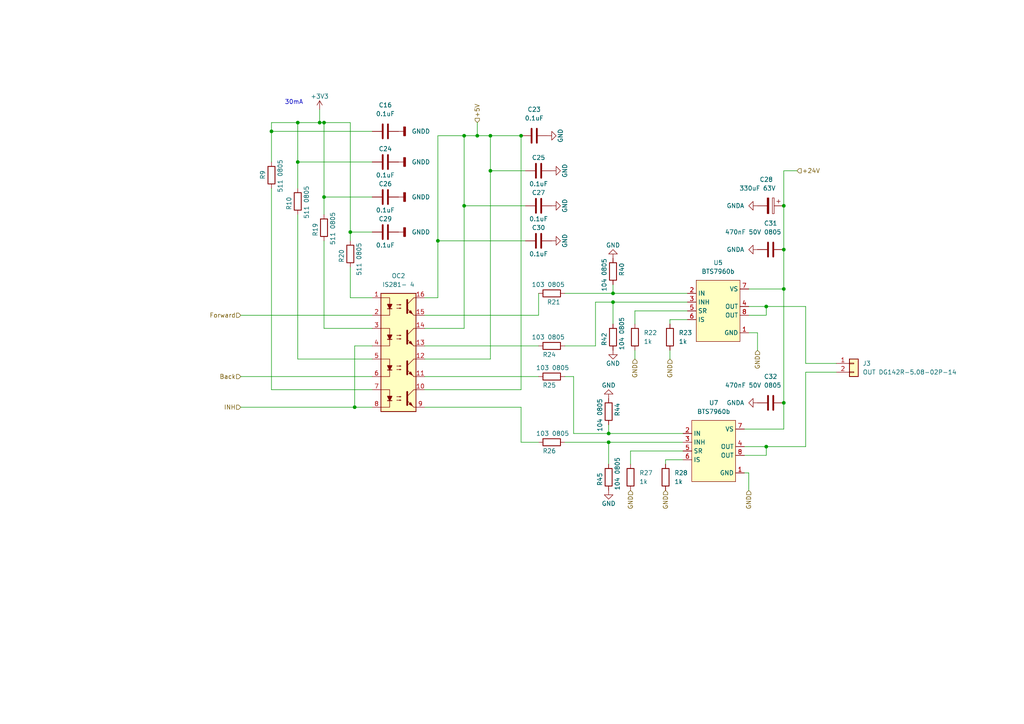
<source format=kicad_sch>
(kicad_sch (version 20230121) (generator eeschema)
  (paper "A4")
  (lib_symbols
    (symbol "Connector_Generic:Conn_01x02" (pin_names (offset 1.016) hide)
      (property "Reference" "J" (at 0 2.54 0))
      (property "Value" "Conn_01x02" (at 0 -5.08 0))
      (symbol "Conn_01x02_1_1"
        (rectangle (start -1.27 -2.413) (end 0 -2.667) (stroke (width 0.1524)))
        (rectangle (start -1.27 0.127) (end 0 -0.127) (stroke (width 0.1524)))
        (rectangle (start -1.27 1.27) (end 1.27 -3.81) (stroke (width 0.254)) (fill (type background)))
        (pin passive line (at -5.08 0 0) (length 3.81) (name "Pin_1") (number "1"))
        (pin passive line (at -5.08 -2.54 0) (length 3.81) (name "Pin_2") (number "2"))
      )
    )
    (symbol "Device:C" (pin_numbers hide) (pin_names (offset 0.254))
      (property "Reference" "C" (at 0.635 2.54 0))
      (property "Value" "C" (at 0.635 -2.54 0))
      (symbol "C_0_1"
        (polyline (pts (xy -2.032 -0.762) (xy 2.032 -0.762)) (stroke (width 0.508)))
        (polyline (pts (xy -2.032 0.762) (xy 2.032 0.762)) (stroke (width 0.508)))
      )
      (symbol "C_1_1"
        (pin passive line (at 0 3.81 270) (length 2.794) (name "~") (number "1"))
        (pin passive line (at 0 -3.81 90) (length 2.794) (name "~") (number "2"))
      )
    )
    (symbol "Device:C_Polarized" (pin_numbers hide) (pin_names (offset 0.254))
      (property "Reference" "C" (at 0.635 2.54 0))
      (property "Value" "C_Polarized" (at 0.635 -2.54 0))
      (symbol "C_Polarized_0_1"
        (rectangle (start -2.286 0.508) (end 2.286 1.016))
        (polyline (pts (xy -1.778 2.286) (xy -0.762 2.286)))
        (polyline (pts (xy -1.27 2.794) (xy -1.27 1.778)))
        (rectangle (start 2.286 -0.508) (end -2.286 -1.016) (fill (type outline)))
      )
      (symbol "C_Polarized_1_1"
        (pin passive line (at 0 3.81 270) (length 2.794) (name "~") (number "1"))
        (pin passive line (at 0 -3.81 90) (length 2.794) (name "~") (number "2"))
      )
    )
    (symbol "Device:R" (pin_numbers hide) (pin_names (offset 0))
      (property "Reference" "R" (at 2.032 0 90))
      (property "Value" "R" (at 0 0 90))
      (symbol "R_0_1"
        (rectangle (start -1.016 -2.54) (end 1.016 2.54) (stroke (width 0.254)))
      )
      (symbol "R_1_1"
        (pin passive line (at 0 3.81 270) (length 1.27) (name "~") (number "1"))
        (pin passive line (at 0 -3.81 90) (length 1.27) (name "~") (number "2"))
      )
    )
    (symbol "GNDA_1" (power) (pin_numbers hide) (pin_names (offset 0) hide)
      (property "Value" "GNDA_1" (at 0 -3.81 0))
      (symbol "GNDA_1_0_1"
        (polyline (pts (xy 0 0) (xy 0 -1.27) (xy 1.27 -1.27) (xy 0 -2.54) (xy -1.27 -1.27) (xy 0 -1.27)))
      )
      (symbol "GNDA_1_1_1"
        (pin power_in line (at 0 0 270) (length 0) hide (name "GNDA") (number "1"))
      )
    )
    (symbol "GND_9" (power) (pin_numbers hide) (pin_names (offset 0) hide)
      (property "Value" "GND_9" (at 0 -3.81 0))
      (symbol "GND_9_0_1"
        (polyline (pts (xy 0 0) (xy 0 -1.27) (xy 1.27 -1.27) (xy 0 -2.54) (xy -1.27 -1.27) (xy 0 -1.27)))
      )
      (symbol "GND_9_1_1"
        (pin power_in line (at 0 0 270) (length 0) hide (name "GND") (number "1"))
      )
    )
    (symbol "PCM_Optocoupler_AKL:Optocoupler_Quad_Generic" (pin_names (offset 1.016))
      (property "Reference" "OC" (at -5.08 17.78 0))
      (property "Value" "Optocoupler_Quad_Generic" (at -5.08 15.24 0))
      (symbol "Optocoupler_Quad_Generic_0_1"
        (rectangle (start -5.08 12.7) (end 5.08 -21.59) (stroke (width 0.254)) (fill (type background)))
        (polyline (pts (xy -3.175 8.255) (xy -1.905 8.255)) (stroke (width 0.254)))
        (polyline (pts (xy 2.54 9.525) (xy 4.445 11.43)))
        (polyline (pts (xy 4.445 6.35) (xy 2.54 8.255)) (fill (type outline)))
        (polyline (pts (xy 4.445 6.35) (xy 5.08 6.35)))
        (polyline (pts (xy 4.445 11.43) (xy 5.08 11.43)))
        (polyline (pts (xy -5.08 11.43) (xy -2.54 11.43) (xy -2.54 8.255)))
        (polyline (pts (xy -2.54 8.255) (xy -2.54 6.35) (xy -5.08 6.35)))
        (polyline (pts (xy 2.54 10.795) (xy 2.54 6.985) (xy 2.54 6.985)) (stroke (width 0.508)))
        (polyline (pts (xy -2.54 8.255) (xy -3.175 9.525) (xy -1.905 9.525) (xy -2.54 8.255)) (stroke (width 0.254)) (fill (type outline)))
        (polyline (pts (xy -0.508 8.382) (xy 0.762 8.382) (xy 0.381 8.255) (xy 0.381 8.509) (xy 0.762 8.382)))
        (polyline (pts (xy -0.508 9.398) (xy 0.762 9.398) (xy 0.381 9.271) (xy 0.381 9.525) (xy 0.762 9.398)))
        (polyline (pts (xy 3.048 7.239) (xy 3.556 7.747) (xy 4.064 6.731) (xy 3.048 7.239) (xy 3.048 7.239)) (fill (type outline)))
      )
      (symbol "Optocoupler_Quad_Generic_1_1"
        (polyline (pts (xy -3.175 -18.415) (xy -1.905 -18.415)) (stroke (width 0.254)))
        (polyline (pts (xy -3.175 -9.525) (xy -1.905 -9.525)) (stroke (width 0.254)))
        (polyline (pts (xy -3.175 -0.635) (xy -1.905 -0.635)) (stroke (width 0.254)))
        (polyline (pts (xy 2.54 -17.145) (xy 4.445 -15.24)))
        (polyline (pts (xy 2.54 -8.255) (xy 4.445 -6.35)))
        (polyline (pts (xy 2.54 0.635) (xy 4.445 2.54)))
        (polyline (pts (xy 4.445 -20.32) (xy 2.54 -18.415)) (fill (type outline)))
        (polyline (pts (xy 4.445 -20.32) (xy 5.08 -20.32)))
        (polyline (pts (xy 4.445 -15.24) (xy 5.08 -15.24)))
        (polyline (pts (xy 4.445 -11.43) (xy 2.54 -9.525)) (fill (type outline)))
        (polyline (pts (xy 4.445 -11.43) (xy 5.08 -11.43)))
        (polyline (pts (xy 4.445 -6.35) (xy 5.08 -6.35)))
        (polyline (pts (xy 4.445 -2.54) (xy 2.54 -0.635)) (fill (type outline)))
        (polyline (pts (xy 4.445 -2.54) (xy 5.08 -2.54)))
        (polyline (pts (xy 4.445 2.54) (xy 5.08 2.54)))
        (polyline (pts (xy -5.08 -15.24) (xy -2.54 -15.24) (xy -2.54 -18.415)))
        (polyline (pts (xy -5.08 -6.35) (xy -2.54 -6.35) (xy -2.54 -9.525)))
        (polyline (pts (xy -5.08 2.54) (xy -2.54 2.54) (xy -2.54 -0.635)))
        (polyline (pts (xy -2.54 -18.415) (xy -2.54 -20.32) (xy -5.08 -20.32)))
        (polyline (pts (xy -2.54 -9.525) (xy -2.54 -11.43) (xy -5.08 -11.43)))
        (polyline (pts (xy -2.54 -0.635) (xy -2.54 -2.54) (xy -5.08 -2.54)))
        (polyline (pts (xy 2.54 -15.875) (xy 2.54 -19.685) (xy 2.54 -19.685)) (stroke (width 0.508)))
        (polyline (pts (xy 2.54 -6.985) (xy 2.54 -10.795) (xy 2.54 -10.795)) (stroke (width 0.508)))
        (polyline (pts (xy 2.54 1.905) (xy 2.54 -1.905) (xy 2.54 -1.905)) (stroke (width 0.508)))
        (polyline (pts (xy -2.54 -18.415) (xy -3.175 -17.145) (xy -1.905 -17.145) (xy -2.54 -18.415)) (stroke (width 0.254)) (fill (type outline)))
        (polyline (pts (xy -2.54 -9.525) (xy -3.175 -8.255) (xy -1.905 -8.255) (xy -2.54 -9.525)) (stroke (width 0.254)) (fill (type outline)))
        (polyline (pts (xy -2.54 -0.635) (xy -3.175 0.635) (xy -1.905 0.635) (xy -2.54 -0.635)) (stroke (width 0.254)) (fill (type outline)))
        (polyline (pts (xy -0.508 -18.288) (xy 0.762 -18.288) (xy 0.381 -18.415) (xy 0.381 -18.161) (xy 0.762 -18.288)))
        (polyline (pts (xy -0.508 -17.272) (xy 0.762 -17.272) (xy 0.381 -17.399) (xy 0.381 -17.145) (xy 0.762 -17.272)))
        (polyline (pts (xy -0.508 -9.398) (xy 0.762 -9.398) (xy 0.381 -9.525) (xy 0.381 -9.271) (xy 0.762 -9.398)))
        (polyline (pts (xy -0.508 -8.382) (xy 0.762 -8.382) (xy 0.381 -8.509) (xy 0.381 -8.255) (xy 0.762 -8.382)))
        (polyline (pts (xy -0.508 -0.508) (xy 0.762 -0.508) (xy 0.381 -0.635) (xy 0.381 -0.381) (xy 0.762 -0.508)))
        (polyline (pts (xy -0.508 0.508) (xy 0.762 0.508) (xy 0.381 0.381) (xy 0.381 0.635) (xy 0.762 0.508)))
        (polyline (pts (xy 3.048 -19.431) (xy 3.556 -18.923) (xy 4.064 -19.939) (xy 3.048 -19.431) (xy 3.048 -19.431)) (fill (type outline)))
        (polyline (pts (xy 3.048 -10.541) (xy 3.556 -10.033) (xy 4.064 -11.049) (xy 3.048 -10.541) (xy 3.048 -10.541)) (fill (type outline)))
        (polyline (pts (xy 3.048 -1.651) (xy 3.556 -1.143) (xy 4.064 -2.159) (xy 3.048 -1.651) (xy 3.048 -1.651)) (fill (type outline)))
        (pin passive line (at -7.62 11.43 0) (length 2.54) (name "~") (number "1"))
        (pin passive line (at 7.62 -15.24 180) (length 2.54) (name "~") (number "10"))
        (pin passive line (at 7.62 -11.43 180) (length 2.54) (name "~") (number "11"))
        (pin passive line (at 7.62 -6.35 180) (length 2.54) (name "~") (number "12"))
        (pin passive line (at 7.62 -2.54 180) (length 2.54) (name "~") (number "13"))
        (pin passive line (at 7.62 2.54 180) (length 2.54) (name "~") (number "14"))
        (pin passive line (at 7.62 6.35 180) (length 2.54) (name "~") (number "15"))
        (pin passive line (at 7.62 11.43 180) (length 2.54) (name "~") (number "16"))
        (pin passive line (at -7.62 6.35 0) (length 2.54) (name "~") (number "2"))
        (pin passive line (at -7.62 2.54 0) (length 2.54) (name "~") (number "3"))
        (pin passive line (at -7.62 -2.54 0) (length 2.54) (name "~") (number "4"))
        (pin passive line (at -7.62 -6.35 0) (length 2.54) (name "~") (number "5"))
        (pin passive line (at -7.62 -11.43 0) (length 2.54) (name "~") (number "6"))
        (pin passive line (at -7.62 -15.24 0) (length 2.54) (name "~") (number "7"))
        (pin passive line (at -7.62 -20.32 0) (length 2.54) (name "~") (number "8"))
        (pin passive line (at 7.62 -20.32 180) (length 2.54) (name "~") (number "9"))
      )
    )
    (symbol "Power_Management:BTS7960b"
      (property "Reference" "U" (at 5.08 1.27 0))
      (property "Value" "BTS7960b" (at -5.08 1.27 0))
      (symbol "BTS7960b_1_1"
        (rectangle (start -6.35 0) (end 6.35 -17.78) (fill (type background)))
        (pin input line (at 8.89 -15.24 180) (length 2.54) (name "GND") (number "1"))
        (pin input line (at -8.89 -3.81 0) (length 2.54) (name "IN") (number "2"))
        (pin input line (at -8.89 -6.35 0) (length 2.54) (name "INH") (number "3"))
        (pin input line (at 8.89 -7.62 180) (length 2.54) (name "OUT") (number "4"))
        (pin input line (at -8.89 -8.89 0) (length 2.54) (name "SR") (number "5"))
        (pin input line (at -8.89 -11.43 0) (length 2.54) (name "IS") (number "6"))
        (pin input line (at 8.89 -2.54 180) (length 2.54) (name "VS") (number "7"))
        (pin input line (at 8.89 -10.16 180) (length 2.54) (name "OUT") (number "8"))
      )
    )
    (symbol "power:+3V3" (power) (pin_numbers hide) (pin_names (offset 0) hide)
      (property "Value" "+3V3" (at 0 3.556 0))
      (symbol "+3V3_0_1"
        (polyline (pts (xy -0.762 1.27) (xy 0 2.54)))
        (polyline (pts (xy 0 0) (xy 0 2.54)))
        (polyline (pts (xy 0 2.54) (xy 0.762 1.27)))
      )
      (symbol "+3V3_1_1"
        (pin power_in line (at 0 0 90) (length 0) hide (name "+3V3") (number "1"))
      )
    )
    (symbol "power:GNDD" (power) (pin_numbers hide) (pin_names (offset 0) hide)
      (property "Value" "GNDD" (at 0 -3.175 0))
      (symbol "GNDD_0_1"
        (rectangle (start -1.27 -1.524) (end 1.27 -2.032) (stroke (width 0.254)) (fill (type outline)))
        (polyline (pts (xy 0 0) (xy 0 -1.524)))
      )
      (symbol "GNDD_1_1"
        (pin power_in line (at 0 0 270) (length 0) hide (name "GNDD") (number "1"))
      )
    )
  )
  (junction (at 134.62 39.37))
  (junction (at 227.33 72.39))
  (junction (at 86.36 46.99))
  (junction (at 78.74 38.1))
  (junction (at 176.53 125.73))
  (junction (at 227.33 83.82))
  (junction (at 222.25 129.54))
  (junction (at 176.53 128.27))
  (junction (at 101.6 67.31))
  (junction (at 127 69.85))
  (junction (at 227.33 59.69))
  (junction (at 151.13 39.37))
  (junction (at 227.33 116.84))
  (junction (at 92.71 35.56))
  (junction (at 142.24 39.37))
  (junction (at 93.98 35.56))
  (junction (at 93.98 57.15))
  (junction (at 177.8 87.63))
  (junction (at 142.24 49.53))
  (junction (at 134.62 59.69))
  (junction (at 102.87 118.11))
  (junction (at 222.25 88.9))
  (junction (at 138.43 39.37))
  (junction (at 177.8 85.09))
  (junction (at 86.36 35.56))
  (wire (pts (xy 198.12 130.81) (xy 182.88 130.81)))
  (wire (pts (xy 134.62 59.69) (xy 134.62 95.25)))
  (wire (pts (xy 101.6 86.36) (xy 107.95 86.36)))
  (wire (pts (xy 184.15 90.17) (xy 184.15 93.98)))
  (wire (pts (xy 233.68 107.95) (xy 242.57 107.95)))
  (wire (pts (xy 177.8 87.63) (xy 177.8 93.98)))
  (wire (pts (xy 93.98 35.56) (xy 101.6 35.56)))
  (wire (pts (xy 172.72 100.33) (xy 172.72 87.63)))
  (wire (pts (xy 215.9 124.46) (xy 227.33 124.46)))
  (wire (pts (xy 142.24 39.37) (xy 142.24 49.53)))
  (wire (pts (xy 199.39 90.17) (xy 184.15 90.17)))
  (wire (pts (xy 199.39 92.71) (xy 194.31 92.71)))
  (wire (pts (xy 127 69.85) (xy 127 86.36)))
  (wire (pts (xy 138.43 35.56) (xy 138.43 39.37)))
  (wire (pts (xy 222.25 88.9) (xy 217.17 88.9)))
  (wire (pts (xy 102.87 100.33) (xy 102.87 118.11)))
  (wire (pts (xy 184.15 104.14) (xy 184.15 101.6)))
  (wire (pts (xy 177.8 85.09) (xy 199.39 85.09)))
  (wire (pts (xy 78.74 35.56) (xy 86.36 35.56)))
  (wire (pts (xy 78.74 38.1) (xy 107.95 38.1)))
  (wire (pts (xy 172.72 87.63) (xy 177.8 87.63)))
  (wire (pts (xy 151.13 128.27) (xy 156.21 128.27)))
  (wire (pts (xy 176.53 128.27) (xy 176.53 134.62)))
  (wire (pts (xy 176.53 123.19) (xy 176.53 125.73)))
  (wire (pts (xy 222.25 129.54) (xy 215.9 129.54)))
  (wire (pts (xy 233.68 105.41) (xy 242.57 105.41)))
  (wire (pts (xy 127 39.37) (xy 127 69.85)))
  (wire (pts (xy 151.13 39.37) (xy 151.13 113.03)))
  (wire (pts (xy 152.4 69.85) (xy 127 69.85)))
  (wire (pts (xy 219.71 96.52) (xy 219.71 101.6)))
  (wire (pts (xy 101.6 77.47) (xy 101.6 86.36)))
  (wire (pts (xy 107.95 100.33) (xy 102.87 100.33)))
  (wire (pts (xy 101.6 67.31) (xy 101.6 69.85)))
  (wire (pts (xy 134.62 39.37) (xy 138.43 39.37)))
  (wire (pts (xy 78.74 35.56) (xy 78.74 38.1)))
  (wire (pts (xy 78.74 54.61) (xy 78.74 113.03)))
  (wire (pts (xy 151.13 118.11) (xy 123.19 118.11)))
  (wire (pts (xy 227.33 59.69) (xy 227.33 72.39)))
  (wire (pts (xy 138.43 39.37) (xy 142.24 39.37)))
  (wire (pts (xy 193.04 133.35) (xy 198.12 133.35)))
  (wire (pts (xy 222.25 91.44) (xy 222.25 88.9)))
  (wire (pts (xy 217.17 91.44) (xy 222.25 91.44)))
  (wire (pts (xy 177.8 87.63) (xy 199.39 87.63)))
  (wire (pts (xy 176.53 125.73) (xy 198.12 125.73)))
  (wire (pts (xy 93.98 95.25) (xy 107.95 95.25)))
  (wire (pts (xy 93.98 57.15) (xy 107.95 57.15)))
  (wire (pts (xy 123.19 113.03) (xy 151.13 113.03)))
  (wire (pts (xy 92.71 31.75) (xy 92.71 35.56)))
  (wire (pts (xy 69.85 91.44) (xy 107.95 91.44)))
  (wire (pts (xy 86.36 62.23) (xy 86.36 104.14)))
  (wire (pts (xy 182.88 130.81) (xy 182.88 134.62)))
  (wire (pts (xy 227.33 49.53) (xy 227.33 59.69)))
  (wire (pts (xy 101.6 35.56) (xy 101.6 67.31)))
  (wire (pts (xy 142.24 49.53) (xy 142.24 104.14)))
  (wire (pts (xy 227.33 116.84) (xy 227.33 83.82)))
  (wire (pts (xy 177.8 82.55) (xy 177.8 85.09)))
  (wire (pts (xy 151.13 128.27) (xy 151.13 118.11)))
  (wire (pts (xy 142.24 49.53) (xy 152.4 49.53)))
  (wire (pts (xy 217.17 96.52) (xy 219.71 96.52)))
  (wire (pts (xy 134.62 39.37) (xy 134.62 59.69)))
  (wire (pts (xy 217.17 142.24) (xy 217.17 137.16)))
  (wire (pts (xy 86.36 35.56) (xy 92.71 35.56)))
  (wire (pts (xy 163.83 85.09) (xy 177.8 85.09)))
  (wire (pts (xy 93.98 57.15) (xy 93.98 62.23)))
  (wire (pts (xy 92.71 35.56) (xy 93.98 35.56)))
  (wire (pts (xy 227.33 72.39) (xy 227.33 83.82)))
  (wire (pts (xy 86.36 46.99) (xy 86.36 35.56)))
  (wire (pts (xy 123.19 100.33) (xy 156.21 100.33)))
  (wire (pts (xy 123.19 104.14) (xy 142.24 104.14)))
  (wire (pts (xy 215.9 132.08) (xy 222.25 132.08)))
  (wire (pts (xy 102.87 118.11) (xy 107.95 118.11)))
  (wire (pts (xy 69.85 109.22) (xy 107.95 109.22)))
  (wire (pts (xy 227.33 49.53) (xy 231.14 49.53)))
  (wire (pts (xy 233.68 88.9) (xy 233.68 105.41)))
  (wire (pts (xy 78.74 113.03) (xy 107.95 113.03)))
  (wire (pts (xy 176.53 128.27) (xy 198.12 128.27)))
  (wire (pts (xy 166.37 125.73) (xy 176.53 125.73)))
  (wire (pts (xy 86.36 46.99) (xy 86.36 54.61)))
  (wire (pts (xy 222.25 132.08) (xy 222.25 129.54)))
  (wire (pts (xy 227.33 124.46) (xy 227.33 116.84)))
  (wire (pts (xy 163.83 128.27) (xy 176.53 128.27)))
  (wire (pts (xy 101.6 67.31) (xy 107.95 67.31)))
  (wire (pts (xy 156.21 85.09) (xy 156.21 91.44)))
  (wire (pts (xy 193.04 134.62) (xy 193.04 133.35)))
  (wire (pts (xy 194.31 92.71) (xy 194.31 93.98)))
  (wire (pts (xy 233.68 129.54) (xy 233.68 107.95)))
  (wire (pts (xy 222.25 129.54) (xy 233.68 129.54)))
  (wire (pts (xy 222.25 88.9) (xy 233.68 88.9)))
  (wire (pts (xy 93.98 35.56) (xy 93.98 57.15)))
  (wire (pts (xy 163.83 109.22) (xy 166.37 109.22)))
  (wire (pts (xy 142.24 39.37) (xy 151.13 39.37)))
  (wire (pts (xy 86.36 104.14) (xy 107.95 104.14)))
  (wire (pts (xy 194.31 104.14) (xy 194.31 101.6)))
  (wire (pts (xy 69.85 118.11) (xy 102.87 118.11)))
  (wire (pts (xy 123.19 86.36) (xy 127 86.36)))
  (wire (pts (xy 166.37 109.22) (xy 166.37 125.73)))
  (wire (pts (xy 123.19 91.44) (xy 156.21 91.44)))
  (wire (pts (xy 123.19 95.25) (xy 134.62 95.25)))
  (wire (pts (xy 78.74 38.1) (xy 78.74 46.99)))
  (wire (pts (xy 152.4 59.69) (xy 134.62 59.69)))
  (wire (pts (xy 163.83 100.33) (xy 172.72 100.33)))
  (wire (pts (xy 93.98 69.85) (xy 93.98 95.25)))
  (wire (pts (xy 217.17 137.16) (xy 215.9 137.16)))
  (wire (pts (xy 127 39.37) (xy 134.62 39.37)))
  (wire (pts (xy 86.36 46.99) (xy 107.95 46.99)))
  (wire (pts (xy 227.33 83.82) (xy 217.17 83.82)))
  (wire (pts (xy 123.19 109.22) (xy 156.21 109.22)))
  (text "30mA" (at 82.55 30.48 0) (effects (font (size 1.27 1.27)) (justify left bottom)))
  (hierarchical_label "GND" (shape input) (at 184.15 104.14 270))
  (hierarchical_label "GND" (shape input) (at 217.17 142.24 270))
  (hierarchical_label "INH" (shape input) (at 69.85 118.11 180))
  (hierarchical_label "Forward" (shape input) (at 69.85 91.44 180))
  (hierarchical_label "Back" (shape input) (at 69.85 109.22 180))
  (hierarchical_label "+24V" (shape input) (at 231.14 49.53 0))
  (hierarchical_label "GND" (shape input) (at 194.31 104.14 270))
  (hierarchical_label "GND" (shape input) (at 182.88 142.24 270))
  (hierarchical_label "GND" (shape input) (at 219.71 101.6 270))
  (hierarchical_label "+5V" (shape input) (at 138.43 35.56 90))
  (hierarchical_label "GND" (shape input) (at 193.04 142.24 270))
  (symbol (lib_id "Device:R") (at 177.8 97.79 0) (unit 1)
    (property "Reference" "R42" (at 175.26 100.33 90) (effects (justify left)))
    (property "Value" "104 0805" (at 180.34 101.6 90) (effects (justify left)))
    (property "Footprint" "PCM_Resistor_SMD_AKL:R_0805_2012Metric_Pad1.20x1.40mm_HandSolder" (effects hide))
    (instances (project "Плата насосов" (path "" (reference "R42") (unit 1)) (path "" (reference "R43") (unit 1))))
  )
  (symbol (lib_name "GND_9") (lib_id "PCM_4ms_Power-symbol:GND") (at 160.02 69.85 90) (unit 1)
    (property "Reference" "#PWR059" (effects hide))
    (property "Value" "GND" (at 163.83 69.85 0))
    (instances (project "Плата насосов" (path "" (reference "#PWR059") (unit 1)) (path "" (reference "#PWR052") (unit 1))) (project "SlicingModul" (path "" (reference "#PWR0633") (unit 1)) (path "" (reference "#PWR0217") (unit 1)) (path "" (reference "#PWR0241") (unit 1)) (path "" (reference "#PWR0384") (unit 1)) (path "" (reference "#PWR0408") (unit 1)) (path "" (reference "#PWR0435") (unit 1)) (path "" (reference "#PWR0459") (unit 1)) (path "" (reference "#PWR0483") (unit 1)) (path "" (reference "#PWR0507") (unit 1))) (project "SlicingModuleSouseControl" (path "" (reference "#PWR056") (unit 1)) (path "" (reference "#PWR082") (unit 1)) (path "" (reference "#PWR0108") (unit 1)) (path "" (reference "#PWR0134") (unit 1)) (path "" (reference "#PWR0160") (unit 1)) (path "" (reference "#PWR0186") (unit 1)) (path "" (reference "#PWR0212") (unit 1)) (path "" (reference "#PWR0238") (unit 1)) (path "" (reference "#PWR0264") (unit 1))))
  )
  (symbol (lib_name "GND_9") (lib_id "PCM_4ms_Power-symbol:GND") (at 176.53 142.24 0) (unit 1)
    (property "Reference" "#PWR073" (effects hide))
    (property "Value" "GND" (at 176.53 146.05 0))
    (instances (project "Плата насосов" (path "" (reference "#PWR073") (unit 1)) (path "" (reference "#PWR075") (unit 1))) (project "SlicingModul" (path "" (reference "#PWR0633") (unit 1)) (path "" (reference "#PWR0217") (unit 1)) (path "" (reference "#PWR0241") (unit 1)) (path "" (reference "#PWR0384") (unit 1)) (path "" (reference "#PWR0408") (unit 1)) (path "" (reference "#PWR0435") (unit 1)) (path "" (reference "#PWR0459") (unit 1)) (path "" (reference "#PWR0483") (unit 1)) (path "" (reference "#PWR0507") (unit 1))) (project "SlicingModuleSouseControl" (path "" (reference "#PWR056") (unit 1)) (path "" (reference "#PWR082") (unit 1)) (path "" (reference "#PWR0108") (unit 1)) (path "" (reference "#PWR0134") (unit 1)) (path "" (reference "#PWR0160") (unit 1)) (path "" (reference "#PWR0186") (unit 1)) (path "" (reference "#PWR0212") (unit 1)) (path "" (reference "#PWR0238") (unit 1)) (path "" (reference "#PWR0264") (unit 1))))
  )
  (symbol (lib_id "Device:C") (at 154.94 39.37 90) (unit 1)
    (property "Reference" "C23" (at 154.94 31.75 90))
    (property "Value" "0.1uF" (at 154.94 34.29 90))
    (property "Footprint" "Capacitor_SMD:C_0805_2012Metric_Pad1.18x1.45mm_HandSolder" (effects hide))
    (instances (project "Плата насосов" (path "" (reference "C23") (unit 1)) (path "" (reference "C18") (unit 1))) (project "SlicingModul" (path "" (reference "C5") (unit 1)) (path "" (reference "C5") (unit 1)) (path "" (reference "C5") (unit 1)) (path "" (reference "C5") (unit 1)) (path "" (reference "C5") (unit 1)) (path "" (reference "C5") (unit 1)) (path "" (reference "C5") (unit 1)) (path "" (reference "C5") (unit 1)) (path "" (reference "C5") (unit 1))) (project "SlicingModuleSouseControl" (path "" (reference "C5") (unit 1)) (path "" (reference "C12") (unit 1)) (path "" (reference "C19") (unit 1)) (path "" (reference "C26") (unit 1)) (path "" (reference "C33") (unit 1)) (path "" (reference "C40") (unit 1)) (path "" (reference "C48") (unit 1)) (path "" (reference "C55") (unit 1)) (path "" (reference "C62") (unit 1))))
  )
  (symbol (lib_id "power:GNDD") (at 115.57 38.1 90) (unit 1)
    (property "Reference" "#PWR019" (effects hide))
    (property "Value" "GNDD" (at 119.38 38.1 90) (effects (justify right)))
    (instances (project "Плата насосов" (path "" (reference "#PWR019") (unit 1)) (path "" (reference "#PWR037") (unit 1)) (path "" (reference "#PWR041") (unit 1))))
  )
  (symbol (lib_id "Device:R") (at 193.04 138.43 180) (unit 1)
    (property "Reference" "R28" (at 195.58 137.16 0) (effects (justify right)))
    (property "Value" "1k" (at 195.58 139.7 0) (effects (justify right)))
    (property "Footprint" "Resistor_SMD:R_0805_2012Metric_Pad1.20x1.40mm_HandSolder" (effects hide))
    (instances (project "Плата насосов" (path "" (reference "R28") (unit 1)) (path "" (reference "R32") (unit 1))) (project "SlicingModul" (path "" (reference "R360") (unit 1)) (path "" (reference "R204") (unit 1)) (path "" (reference "R216") (unit 1)) (path "" (reference "R284") (unit 1)) (path "" (reference "R296") (unit 1)) (path "" (reference "R312") (unit 1)) (path "" (reference "R324") (unit 1)) (path "" (reference "R336") (unit 1)) (path "" (reference "R348") (unit 1))) (project "SlicingModuleSouseControl" (path "" (reference "R15") (unit 1)) (path "" (reference "R27") (unit 1)) (path "" (reference "R39") (unit 1)) (path "" (reference "R51") (unit 1)) (path "" (reference "R63") (unit 1)) (path "" (reference "R75") (unit 1)) (path "" (reference "R87") (unit 1)) (path "" (reference "R99") (unit 1)) (path "" (reference "R111") (unit 1))))
  )
  (symbol (lib_id "power:GNDD") (at 115.57 46.99 90) (unit 1)
    (property "Reference" "#PWR019" (effects hide))
    (property "Value" "GNDD" (at 119.38 46.99 90) (effects (justify right)))
    (instances (project "Плата насосов" (path "" (reference "#PWR019") (unit 1)) (path "" (reference "#PWR044") (unit 1)) (path "" (reference "#PWR046") (unit 1))))
  )
  (symbol (lib_id "Device:R") (at 160.02 109.22 90) (unit 1)
    (property "Reference" "R25" (at 161.29 111.76 90) (effects (justify left)))
    (property "Value" "103 0805" (at 165.1 106.68 90) (effects (justify left)))
    (property "Footprint" "PCM_Resistor_SMD_AKL:R_0805_2012Metric_Pad1.20x1.40mm_HandSolder" (effects hide))
    (instances (project "Плата насосов" (path "" (reference "R25") (unit 1)) (path "" (reference "R29") (unit 1))))
  )
  (symbol (lib_id "PCM_Optocoupler_AKL:Optocoupler_Quad_Generic") (at 115.57 97.79 0) (unit 1)
    (property "Reference" "OC2" (at 115.57 80.01 0))
    (property "Value" "IS281- 4" (at 115.57 82.55 0))
    (property "Footprint" "PCM_Package_SO_AKL:SOIC-16W_5.3x10.2mm_P1.27mm" (effects hide))
    (instances (project "Плата насосов" (path "" (reference "OC2") (unit 1)) (path "" (reference "OC1") (unit 1)) (path "" (reference "OC2") (unit 1))))
  )
  (symbol (lib_name "GND_9") (lib_id "PCM_4ms_Power-symbol:GND") (at 176.53 115.57 180) (unit 1)
    (property "Reference" "#PWR072" (effects hide))
    (property "Value" "GND" (at 176.53 111.76 0))
    (instances (project "Плата насосов" (path "" (reference "#PWR072") (unit 1)) (path "" (reference "#PWR074") (unit 1))) (project "SlicingModul" (path "" (reference "#PWR0633") (unit 1)) (path "" (reference "#PWR0217") (unit 1)) (path "" (reference "#PWR0241") (unit 1)) (path "" (reference "#PWR0384") (unit 1)) (path "" (reference "#PWR0408") (unit 1)) (path "" (reference "#PWR0435") (unit 1)) (path "" (reference "#PWR0459") (unit 1)) (path "" (reference "#PWR0483") (unit 1)) (path "" (reference "#PWR0507") (unit 1))) (project "SlicingModuleSouseControl" (path "" (reference "#PWR056") (unit 1)) (path "" (reference "#PWR082") (unit 1)) (path "" (reference "#PWR0108") (unit 1)) (path "" (reference "#PWR0134") (unit 1)) (path "" (reference "#PWR0160") (unit 1)) (path "" (reference "#PWR0186") (unit 1)) (path "" (reference "#PWR0212") (unit 1)) (path "" (reference "#PWR0238") (unit 1)) (path "" (reference "#PWR0264") (unit 1))))
  )
  (symbol (lib_id "Device:C") (at 223.52 116.84 90) (unit 1)
    (property "Reference" "C32" (at 223.52 109.22 90))
    (property "Value" "470nF 50V 0805" (at 218.44 111.76 90))
    (property "Footprint" "PCM_Capacitor_SMD_Handsoldering_AKL:C_0805_2012Metric_Pad1.18x1.45mm" (effects hide))
    (instances (project "Плата насосов" (path "" (reference "C32") (unit 1)) (path "" (reference "C37") (unit 1))))
  )
  (symbol (lib_id "Power_Management:BTS7960b") (at 207.01 121.92 0) (unit 1)
    (property "Reference" "U7" (at 207.01 116.84 0))
    (property "Value" "BTS7960b" (at 207.01 119.38 0))
    (property "Footprint" "Package_TO_SOT_SMD:TO-263-7_TabPin8" (effects hide))
    (property "Datasheet" "https://docs.yandex.ru/docs/view?tm=1702817647&tld=ru&lang=en&name=45280.pdf&text=bts7960b&url=https%3A%2F%2Fradiotovar.kz%2Fpdf%2F45280.pdf&lr=107757&mime=pdf&l10n=ru&sign=945931d26c9f3f691cc92ff5e3b1d049&keyno=0&nosw=1&serpParams=tm%3D1702817647%26tld%3Dru%26lang%3Den%26name%3D45280.pdf%26text%3Dbts7960b%26url%3Dhttps%253A%2F%2Fradiotovar.kz%2Fpdf%2F45280.pdf%26lr%3D107757%26mime%3Dpdf%26l10n%3Dru%26sign%3D945931d26c9f3f691cc92ff5e3b1d049%26keyno%3D0%26nosw%3D1" (effects hide))
    (instances (project "Плата насосов" (path "" (reference "U7") (unit 1)) (path "" (reference "U8") (unit 1))) (project "SlicingModul" (path "" (reference "U90") (unit 1)) (path "" (reference "U52") (unit 1)) (path "" (reference "U55") (unit 1)) (path "" (reference "U72") (unit 1)) (path "" (reference "U75") (unit 1)) (path "" (reference "U78") (unit 1)) (path "" (reference "U81") (unit 1)) (path "" (reference "U84") (unit 1)) (path "" (reference "U87") (unit 1))) (project "SlicingModuleSouseControl" (path "" (reference "U2") (unit 1)) (path "" (reference "U5") (unit 1)) (path "" (reference "U8") (unit 1)) (path "" (reference "U11") (unit 1)) (path "" (reference "U14") (unit 1)) (path "" (reference "U17") (unit 1)) (path "" (reference "U21") (unit 1)) (path "" (reference "U24") (unit 1)) (path "" (reference "U27") (unit 1))))
  )
  (symbol (lib_name "GNDA_1") (lib_id "power:GNDA") (at 219.71 116.84 270) (unit 1)
    (property "Reference" "#PWR062" (effects hide))
    (property "Value" "GNDA" (at 215.9 116.84 90) (effects (justify right)))
    (instances (project "Плата насосов" (path "" (reference "#PWR062") (unit 1)) (path "" (reference "#PWR060") (unit 1))) (project "SlicingModul" (path "" (reference "#PWR0647") (unit 1)) (path "" (reference "#PWR0231") (unit 1)) (path "" (reference "#PWR0255") (unit 1)) (path "" (reference "#PWR0398") (unit 1)) (path "" (reference "#PWR0422") (unit 1)) (path "" (reference "#PWR0449") (unit 1)) (path "" (reference "#PWR0473") (unit 1)) (path "" (reference "#PWR0497") (unit 1)) (path "" (reference "#PWR0521") (unit 1))) (project "SlicingModuleSouseControl" (path "" (reference "#PWR071") (unit 1)) (path "" (reference "#PWR097") (unit 1)) (path "" (reference "#PWR0123") (unit 1)) (path "" (reference "#PWR0149") (unit 1)) (path "" (reference "#PWR0175") (unit 1)) (path "" (reference "#PWR0201") (unit 1)) (path "" (reference "#PWR0227") (unit 1)) (path "" (reference "#PWR0253") (unit 1)) (path "" (reference "#PWR0279") (unit 1))))
  )
  (symbol (lib_id "Device:R") (at 184.15 97.79 180) (unit 1)
    (property "Reference" "R22" (at 186.69 96.52 0) (effects (justify right)))
    (property "Value" "1k" (at 186.69 99.06 0) (effects (justify right)))
    (property "Footprint" "Resistor_SMD:R_0805_2012Metric_Pad1.20x1.40mm_HandSolder" (effects hide))
    (instances (project "Плата насосов" (path "" (reference "R22") (unit 1)) (path "" (reference "R16") (unit 1))) (project "SlicingModul" (path "" (reference "R359") (unit 1)) (path "" (reference "R203") (unit 1)) (path "" (reference "R215") (unit 1)) (path "" (reference "R283") (unit 1)) (path "" (reference "R295") (unit 1)) (path "" (reference "R311") (unit 1)) (path "" (reference "R323") (unit 1)) (path "" (reference "R335") (unit 1)) (path "" (reference "R347") (unit 1))) (project "SlicingModuleSouseControl" (path "" (reference "R14") (unit 1)) (path "" (reference "R26") (unit 1)) (path "" (reference "R38") (unit 1)) (path "" (reference "R50") (unit 1)) (path "" (reference "R62") (unit 1)) (path "" (reference "R74") (unit 1)) (path "" (reference "R86") (unit 1)) (path "" (reference "R98") (unit 1)) (path "" (reference "R110") (unit 1))))
  )
  (symbol (lib_id "Device:R") (at 93.98 66.04 0) (unit 1)
    (property "Reference" "R19" (at 91.44 68.58 90) (effects (justify left)))
    (property "Value" "511 0805" (at 96.52 71.12 90) (effects (justify left)))
    (property "Footprint" "PCM_Resistor_SMD_AKL:R_0805_2012Metric_Pad1.20x1.40mm_HandSolder" (effects hide))
    (instances (project "Плата насосов" (path "" (reference "R19") (unit 1)) (path "" (reference "R13") (unit 1))))
  )
  (symbol (lib_id "Device:R") (at 101.6 73.66 0) (unit 1)
    (property "Reference" "R20" (at 99.06 76.2 90) (effects (justify left)))
    (property "Value" "511 0805" (at 104.14 80.01 90) (effects (justify left)))
    (property "Footprint" "PCM_Resistor_SMD_AKL:R_0805_2012Metric_Pad1.20x1.40mm_HandSolder" (effects hide))
    (instances (project "Плата насосов" (path "" (reference "R20") (unit 1)) (path "" (reference "R14") (unit 1))))
  )
  (symbol (lib_id "Device:C") (at 111.76 46.99 90) (unit 1)
    (property "Reference" "C24" (at 111.76 43.18 90))
    (property "Value" "0.1uF" (at 111.76 50.8 90))
    (property "Footprint" "Capacitor_SMD:C_0805_2012Metric_Pad1.18x1.45mm_HandSolder" (effects hide))
    (instances (project "Плата насосов" (path "" (reference "C24") (unit 1)) (path "" (reference "C19") (unit 1))) (project "SlicingModul" (path "" (reference "C5") (unit 1)) (path "" (reference "C5") (unit 1)) (path "" (reference "C5") (unit 1)) (path "" (reference "C5") (unit 1)) (path "" (reference "C5") (unit 1)) (path "" (reference "C5") (unit 1)) (path "" (reference "C5") (unit 1)) (path "" (reference "C5") (unit 1)) (path "" (reference "C5") (unit 1))) (project "SlicingModuleSouseControl" (path "" (reference "C5") (unit 1)) (path "" (reference "C12") (unit 1)) (path "" (reference "C19") (unit 1)) (path "" (reference "C26") (unit 1)) (path "" (reference "C33") (unit 1)) (path "" (reference "C40") (unit 1)) (path "" (reference "C48") (unit 1)) (path "" (reference "C55") (unit 1)) (path "" (reference "C62") (unit 1))))
  )
  (symbol (lib_id "Device:R") (at 182.88 138.43 180) (unit 1)
    (property "Reference" "R27" (at 185.42 137.16 0) (effects (justify right)))
    (property "Value" "1k" (at 185.42 139.7 0) (effects (justify right)))
    (property "Footprint" "Resistor_SMD:R_0805_2012Metric_Pad1.20x1.40mm_HandSolder" (effects hide))
    (instances (project "Плата насосов" (path "" (reference "R27") (unit 1)) (path "" (reference "R31") (unit 1))) (project "SlicingModul" (path "" (reference "R358") (unit 1)) (path "" (reference "R202") (unit 1)) (path "" (reference "R214") (unit 1)) (path "" (reference "R282") (unit 1)) (path "" (reference "R294") (unit 1)) (path "" (reference "R310") (unit 1)) (path "" (reference "R322") (unit 1)) (path "" (reference "R334") (unit 1)) (path "" (reference "R346") (unit 1))) (project "SlicingModuleSouseControl" (path "" (reference "R13") (unit 1)) (path "" (reference "R25") (unit 1)) (path "" (reference "R37") (unit 1)) (path "" (reference "R49") (unit 1)) (path "" (reference "R61") (unit 1)) (path "" (reference "R73") (unit 1)) (path "" (reference "R85") (unit 1)) (path "" (reference "R97") (unit 1)) (path "" (reference "R109") (unit 1))))
  )
  (symbol (lib_name "GNDA_1") (lib_id "power:GNDA") (at 219.71 59.69 270) (unit 1)
    (property "Reference" "#PWR057" (effects hide))
    (property "Value" "GNDA" (at 215.9 59.69 90) (effects (justify right)))
    (instances (project "Плата насосов" (path "" (reference "#PWR057") (unit 1)) (path "" (reference "#PWR050") (unit 1))) (project "SlicingModul" (path "" (reference "#PWR0647") (unit 1)) (path "" (reference "#PWR0231") (unit 1)) (path "" (reference "#PWR0255") (unit 1)) (path "" (reference "#PWR0398") (unit 1)) (path "" (reference "#PWR0422") (unit 1)) (path "" (reference "#PWR0449") (unit 1)) (path "" (reference "#PWR0473") (unit 1)) (path "" (reference "#PWR0497") (unit 1)) (path "" (reference "#PWR0521") (unit 1))) (project "SlicingModuleSouseControl" (path "" (reference "#PWR071") (unit 1)) (path "" (reference "#PWR097") (unit 1)) (path "" (reference "#PWR0123") (unit 1)) (path "" (reference "#PWR0149") (unit 1)) (path "" (reference "#PWR0175") (unit 1)) (path "" (reference "#PWR0201") (unit 1)) (path "" (reference "#PWR0227") (unit 1)) (path "" (reference "#PWR0253") (unit 1)) (path "" (reference "#PWR0279") (unit 1))))
  )
  (symbol (lib_name "GND_9") (lib_id "PCM_4ms_Power-symbol:GND") (at 177.8 101.6 0) (unit 1)
    (property "Reference" "#PWR070" (effects hide))
    (property "Value" "GND" (at 177.8 105.41 0))
    (instances (project "Плата насосов" (path "" (reference "#PWR070") (unit 1)) (path "" (reference "#PWR071") (unit 1))) (project "SlicingModul" (path "" (reference "#PWR0633") (unit 1)) (path "" (reference "#PWR0217") (unit 1)) (path "" (reference "#PWR0241") (unit 1)) (path "" (reference "#PWR0384") (unit 1)) (path "" (reference "#PWR0408") (unit 1)) (path "" (reference "#PWR0435") (unit 1)) (path "" (reference "#PWR0459") (unit 1)) (path "" (reference "#PWR0483") (unit 1)) (path "" (reference "#PWR0507") (unit 1))) (project "SlicingModuleSouseControl" (path "" (reference "#PWR056") (unit 1)) (path "" (reference "#PWR082") (unit 1)) (path "" (reference "#PWR0108") (unit 1)) (path "" (reference "#PWR0134") (unit 1)) (path "" (reference "#PWR0160") (unit 1)) (path "" (reference "#PWR0186") (unit 1)) (path "" (reference "#PWR0212") (unit 1)) (path "" (reference "#PWR0238") (unit 1)) (path "" (reference "#PWR0264") (unit 1))))
  )
  (symbol (lib_id "Device:R") (at 176.53 119.38 180) (unit 1)
    (property "Reference" "R44" (at 179.07 116.84 90) (effects (justify left)))
    (property "Value" "104 0805" (at 173.99 115.57 90) (effects (justify left)))
    (property "Footprint" "PCM_Resistor_SMD_AKL:R_0805_2012Metric_Pad1.20x1.40mm_HandSolder" (effects hide))
    (instances (project "Плата насосов" (path "" (reference "R44") (unit 1)) (path "" (reference "R46") (unit 1))))
  )
  (symbol (lib_id "power:GNDD") (at 115.57 67.31 90) (unit 1)
    (property "Reference" "#PWR019" (effects hide))
    (property "Value" "GNDD" (at 119.38 67.31 90) (effects (justify right)))
    (instances (project "Плата насосов" (path "" (reference "#PWR019") (unit 1)) (path "" (reference "#PWR058") (unit 1)) (path "" (reference "#PWR051") (unit 1))))
  )
  (symbol (lib_id "Device:R") (at 160.02 100.33 90) (unit 1)
    (property "Reference" "R24" (at 161.29 102.87 90) (effects (justify left)))
    (property "Value" "103 0805" (at 163.83 97.79 90) (effects (justify left)))
    (property "Footprint" "PCM_Resistor_SMD_AKL:R_0805_2012Metric_Pad1.20x1.40mm_HandSolder" (effects hide))
    (instances (project "Плата насосов" (path "" (reference "R24") (unit 1)) (path "" (reference "R18") (unit 1))))
  )
  (symbol (lib_id "Power_Management:BTS7960b") (at 208.28 81.28 0) (unit 1)
    (property "Reference" "U5" (at 208.28 76.2 0))
    (property "Value" "BTS7960b" (at 208.28 78.74 0))
    (property "Footprint" "Package_TO_SOT_SMD:TO-263-7_TabPin8" (effects hide))
    (property "Datasheet" "https://docs.yandex.ru/docs/view?tm=1702817647&tld=ru&lang=en&name=45280.pdf&text=bts7960b&url=https%3A%2F%2Fradiotovar.kz%2Fpdf%2F45280.pdf&lr=107757&mime=pdf&l10n=ru&sign=945931d26c9f3f691cc92ff5e3b1d049&keyno=0&nosw=1&serpParams=tm%3D1702817647%26tld%3Dru%26lang%3Den%26name%3D45280.pdf%26text%3Dbts7960b%26url%3Dhttps%253A%2F%2Fradiotovar.kz%2Fpdf%2F45280.pdf%26lr%3D107757%26mime%3Dpdf%26l10n%3Dru%26sign%3D945931d26c9f3f691cc92ff5e3b1d049%26keyno%3D0%26nosw%3D1" (effects hide))
    (instances (project "Плата насосов" (path "" (reference "U5") (unit 1)) (path "" (reference "U6") (unit 1))) (project "SlicingModul" (path "" (reference "U91") (unit 1)) (path "" (reference "U53") (unit 1)) (path "" (reference "U56") (unit 1)) (path "" (reference "U73") (unit 1)) (path "" (reference "U76") (unit 1)) (path "" (reference "U79") (unit 1)) (path "" (reference "U82") (unit 1)) (path "" (reference "U85") (unit 1)) (path "" (reference "U88") (unit 1))) (project "SlicingModuleSouseControl" (path "" (reference "U3") (unit 1)) (path "" (reference "U6") (unit 1)) (path "" (reference "U9") (unit 1)) (path "" (reference "U12") (unit 1)) (path "" (reference "U15") (unit 1)) (path "" (reference "U18") (unit 1)) (path "" (reference "U22") (unit 1)) (path "" (reference "U25") (unit 1)) (path "" (reference "U28") (unit 1))))
  )
  (symbol (lib_id "Device:R") (at 160.02 85.09 90) (unit 1)
    (property "Reference" "R21" (at 162.56 87.63 90) (effects (justify left)))
    (property "Value" "103 0805" (at 163.83 82.55 90) (effects (justify left)))
    (property "Footprint" "PCM_Resistor_SMD_AKL:R_0805_2012Metric_Pad1.20x1.40mm_HandSolder" (effects hide))
    (instances (project "Плата насосов" (path "" (reference "R21") (unit 1)) (path "" (reference "R15") (unit 1))))
  )
  (symbol (lib_id "Device:C") (at 111.76 67.31 90) (unit 1)
    (property "Reference" "C29" (at 111.76 63.5 90))
    (property "Value" "0.1uF" (at 111.76 71.12 90))
    (property "Footprint" "Capacitor_SMD:C_0805_2012Metric_Pad1.18x1.45mm_HandSolder" (effects hide))
    (instances (project "Плата насосов" (path "" (reference "C29") (unit 1)) (path "" (reference "C34") (unit 1))) (project "SlicingModul" (path "" (reference "C5") (unit 1)) (path "" (reference "C5") (unit 1)) (path "" (reference "C5") (unit 1)) (path "" (reference "C5") (unit 1)) (path "" (reference "C5") (unit 1)) (path "" (reference "C5") (unit 1)) (path "" (reference "C5") (unit 1)) (path "" (reference "C5") (unit 1)) (path "" (reference "C5") (unit 1))) (project "SlicingModuleSouseControl" (path "" (reference "C5") (unit 1)) (path "" (reference "C12") (unit 1)) (path "" (reference "C19") (unit 1)) (path "" (reference "C26") (unit 1)) (path "" (reference "C33") (unit 1)) (path "" (reference "C40") (unit 1)) (path "" (reference "C48") (unit 1)) (path "" (reference "C55") (unit 1)) (path "" (reference "C62") (unit 1))))
  )
  (symbol (lib_name "GND_9") (lib_id "PCM_4ms_Power-symbol:GND") (at 177.8 74.93 180) (unit 1)
    (property "Reference" "#PWR068" (effects hide))
    (property "Value" "GND" (at 177.8 71.12 0))
    (instances (project "Плата насосов" (path "" (reference "#PWR068") (unit 1)) (path "" (reference "#PWR069") (unit 1))) (project "SlicingModul" (path "" (reference "#PWR0633") (unit 1)) (path "" (reference "#PWR0217") (unit 1)) (path "" (reference "#PWR0241") (unit 1)) (path "" (reference "#PWR0384") (unit 1)) (path "" (reference "#PWR0408") (unit 1)) (path "" (reference "#PWR0435") (unit 1)) (path "" (reference "#PWR0459") (unit 1)) (path "" (reference "#PWR0483") (unit 1)) (path "" (reference "#PWR0507") (unit 1))) (project "SlicingModuleSouseControl" (path "" (reference "#PWR056") (unit 1)) (path "" (reference "#PWR082") (unit 1)) (path "" (reference "#PWR0108") (unit 1)) (path "" (reference "#PWR0134") (unit 1)) (path "" (reference "#PWR0160") (unit 1)) (path "" (reference "#PWR0186") (unit 1)) (path "" (reference "#PWR0212") (unit 1)) (path "" (reference "#PWR0238") (unit 1)) (path "" (reference "#PWR0264") (unit 1))))
  )
  (symbol (lib_id "Device:R") (at 160.02 128.27 90) (unit 1)
    (property "Reference" "R26" (at 161.29 130.81 90) (effects (justify left)))
    (property "Value" "103 0805" (at 165.1 125.73 90) (effects (justify left)))
    (property "Footprint" "PCM_Resistor_SMD_AKL:R_0805_2012Metric_Pad1.20x1.40mm_HandSolder" (effects hide))
    (instances (project "Плата насосов" (path "" (reference "R26") (unit 1)) (path "" (reference "R30") (unit 1))))
  )
  (symbol (lib_id "Device:C") (at 156.21 69.85 90) (unit 1)
    (property "Reference" "C30" (at 156.21 66.04 90))
    (property "Value" "0.1uF" (at 156.21 73.66 90))
    (property "Footprint" "Capacitor_SMD:C_0805_2012Metric_Pad1.18x1.45mm_HandSolder" (effects hide))
    (instances (project "Плата насосов" (path "" (reference "C30") (unit 1)) (path "" (reference "C35") (unit 1))) (project "SlicingModul" (path "" (reference "C5") (unit 1)) (path "" (reference "C5") (unit 1)) (path "" (reference "C5") (unit 1)) (path "" (reference "C5") (unit 1)) (path "" (reference "C5") (unit 1)) (path "" (reference "C5") (unit 1)) (path "" (reference "C5") (unit 1)) (path "" (reference "C5") (unit 1)) (path "" (reference "C5") (unit 1))) (project "SlicingModuleSouseControl" (path "" (reference "C5") (unit 1)) (path "" (reference "C12") (unit 1)) (path "" (reference "C19") (unit 1)) (path "" (reference "C26") (unit 1)) (path "" (reference "C33") (unit 1)) (path "" (reference "C40") (unit 1)) (path "" (reference "C48") (unit 1)) (path "" (reference "C55") (unit 1)) (path "" (reference "C62") (unit 1))))
  )
  (symbol (lib_id "Device:R") (at 176.53 138.43 0) (unit 1)
    (property "Reference" "R45" (at 173.99 140.97 90) (effects (justify left)))
    (property "Value" "104 0805" (at 179.07 142.24 90) (effects (justify left)))
    (property "Footprint" "PCM_Resistor_SMD_AKL:R_0805_2012Metric_Pad1.20x1.40mm_HandSolder" (effects hide))
    (instances (project "Плата насосов" (path "" (reference "R45") (unit 1)) (path "" (reference "R47") (unit 1))))
  )
  (symbol (lib_name "GND_9") (lib_id "PCM_4ms_Power-symbol:GND") (at 160.02 59.69 90) (unit 1)
    (property "Reference" "#PWR056" (effects hide))
    (property "Value" "GND" (at 163.83 59.69 0))
    (instances (project "Плата насосов" (path "" (reference "#PWR056") (unit 1)) (path "" (reference "#PWR049") (unit 1))) (project "SlicingModul" (path "" (reference "#PWR0633") (unit 1)) (path "" (reference "#PWR0217") (unit 1)) (path "" (reference "#PWR0241") (unit 1)) (path "" (reference "#PWR0384") (unit 1)) (path "" (reference "#PWR0408") (unit 1)) (path "" (reference "#PWR0435") (unit 1)) (path "" (reference "#PWR0459") (unit 1)) (path "" (reference "#PWR0483") (unit 1)) (path "" (reference "#PWR0507") (unit 1))) (project "SlicingModuleSouseControl" (path "" (reference "#PWR056") (unit 1)) (path "" (reference "#PWR082") (unit 1)) (path "" (reference "#PWR0108") (unit 1)) (path "" (reference "#PWR0134") (unit 1)) (path "" (reference "#PWR0160") (unit 1)) (path "" (reference "#PWR0186") (unit 1)) (path "" (reference "#PWR0212") (unit 1)) (path "" (reference "#PWR0238") (unit 1)) (path "" (reference "#PWR0264") (unit 1))))
  )
  (symbol (lib_id "power:GNDD") (at 115.57 57.15 90) (unit 1)
    (property "Reference" "#PWR019" (effects hide))
    (property "Value" "GNDD" (at 119.38 57.15 90) (effects (justify right)))
    (instances (project "Плата насосов" (path "" (reference "#PWR019") (unit 1)) (path "" (reference "#PWR055") (unit 1)) (path "" (reference "#PWR048") (unit 1))))
  )
  (symbol (lib_id "Device:C") (at 156.21 59.69 90) (unit 1)
    (property "Reference" "C27" (at 156.21 55.88 90))
    (property "Value" "0.1uF" (at 156.21 63.5 90))
    (property "Footprint" "Capacitor_SMD:C_0805_2012Metric_Pad1.18x1.45mm_HandSolder" (effects hide))
    (instances (project "Плата насосов" (path "" (reference "C27") (unit 1)) (path "" (reference "C22") (unit 1))) (project "SlicingModul" (path "" (reference "C5") (unit 1)) (path "" (reference "C5") (unit 1)) (path "" (reference "C5") (unit 1)) (path "" (reference "C5") (unit 1)) (path "" (reference "C5") (unit 1)) (path "" (reference "C5") (unit 1)) (path "" (reference "C5") (unit 1)) (path "" (reference "C5") (unit 1)) (path "" (reference "C5") (unit 1))) (project "SlicingModuleSouseControl" (path "" (reference "C5") (unit 1)) (path "" (reference "C12") (unit 1)) (path "" (reference "C19") (unit 1)) (path "" (reference "C26") (unit 1)) (path "" (reference "C33") (unit 1)) (path "" (reference "C40") (unit 1)) (path "" (reference "C48") (unit 1)) (path "" (reference "C55") (unit 1)) (path "" (reference "C62") (unit 1))))
  )
  (symbol (lib_id "Device:R") (at 194.31 97.79 180) (unit 1)
    (property "Reference" "R23" (at 196.85 96.52 0) (effects (justify right)))
    (property "Value" "1k" (at 196.85 99.06 0) (effects (justify right)))
    (property "Footprint" "Resistor_SMD:R_0805_2012Metric_Pad1.20x1.40mm_HandSolder" (effects hide))
    (instances (project "Плата насосов" (path "" (reference "R23") (unit 1)) (path "" (reference "R17") (unit 1))) (project "SlicingModul" (path "" (reference "R361") (unit 1)) (path "" (reference "R205") (unit 1)) (path "" (reference "R217") (unit 1)) (path "" (reference "R285") (unit 1)) (path "" (reference "R297") (unit 1)) (path "" (reference "R313") (unit 1)) (path "" (reference "R325") (unit 1)) (path "" (reference "R337") (unit 1)) (path "" (reference "R349") (unit 1))) (project "SlicingModuleSouseControl" (path "" (reference "R16") (unit 1)) (path "" (reference "R28") (unit 1)) (path "" (reference "R40") (unit 1)) (path "" (reference "R52") (unit 1)) (path "" (reference "R64") (unit 1)) (path "" (reference "R76") (unit 1)) (path "" (reference "R88") (unit 1)) (path "" (reference "R100") (unit 1)) (path "" (reference "R112") (unit 1))))
  )
  (symbol (lib_id "Device:C") (at 156.21 49.53 90) (unit 1)
    (property "Reference" "C25" (at 156.21 45.72 90))
    (property "Value" "0.1uF" (at 156.21 53.34 90))
    (property "Footprint" "Capacitor_SMD:C_0805_2012Metric_Pad1.18x1.45mm_HandSolder" (effects hide))
    (instances (project "Плата насосов" (path "" (reference "C25") (unit 1)) (path "" (reference "C20") (unit 1))) (project "SlicingModul" (path "" (reference "C5") (unit 1)) (path "" (reference "C5") (unit 1)) (path "" (reference "C5") (unit 1)) (path "" (reference "C5") (unit 1)) (path "" (reference "C5") (unit 1)) (path "" (reference "C5") (unit 1)) (path "" (reference "C5") (unit 1)) (path "" (reference "C5") (unit 1)) (path "" (reference "C5") (unit 1))) (project "SlicingModuleSouseControl" (path "" (reference "C5") (unit 1)) (path "" (reference "C12") (unit 1)) (path "" (reference "C19") (unit 1)) (path "" (reference "C26") (unit 1)) (path "" (reference "C33") (unit 1)) (path "" (reference "C40") (unit 1)) (path "" (reference "C48") (unit 1)) (path "" (reference "C55") (unit 1)) (path "" (reference "C62") (unit 1))))
  )
  (symbol (lib_id "Device:R") (at 86.36 58.42 0) (unit 1)
    (property "Reference" "R10" (at 83.82 60.96 90) (effects (justify left)))
    (property "Value" "511 0805" (at 88.9 63.5 90) (effects (justify left)))
    (property "Footprint" "PCM_Resistor_SMD_AKL:R_0805_2012Metric_Pad1.20x1.40mm_HandSolder" (effects hide))
    (instances (project "Плата насосов" (path "" (reference "R10") (unit 1)) (path "" (reference "R12") (unit 1))))
  )
  (symbol (lib_id "Device:C") (at 111.76 57.15 90) (unit 1)
    (property "Reference" "C26" (at 111.76 53.34 90))
    (property "Value" "0.1uF" (at 111.76 60.96 90))
    (property "Footprint" "Capacitor_SMD:C_0805_2012Metric_Pad1.18x1.45mm_HandSolder" (effects hide))
    (instances (project "Плата насосов" (path "" (reference "C26") (unit 1)) (path "" (reference "C21") (unit 1))) (project "SlicingModul" (path "" (reference "C5") (unit 1)) (path "" (reference "C5") (unit 1)) (path "" (reference "C5") (unit 1)) (path "" (reference "C5") (unit 1)) (path "" (reference "C5") (unit 1)) (path "" (reference "C5") (unit 1)) (path "" (reference "C5") (unit 1)) (path "" (reference "C5") (unit 1)) (path "" (reference "C5") (unit 1))) (project "SlicingModuleSouseControl" (path "" (reference "C5") (unit 1)) (path "" (reference "C12") (unit 1)) (path "" (reference "C19") (unit 1)) (path "" (reference "C26") (unit 1)) (path "" (reference "C33") (unit 1)) (path "" (reference "C40") (unit 1)) (path "" (reference "C48") (unit 1)) (path "" (reference "C55") (unit 1)) (path "" (reference "C62") (unit 1))))
  )
  (symbol (lib_id "power:+3V3") (at 92.71 31.75 0) (unit 1)
    (property "Reference" "#PWR026" (effects hide))
    (property "Value" "+3V3" (at 92.71 27.94 0))
    (instances (project "Плата насосов" (path "" (reference "#PWR026") (unit 1)) (path "" (reference "#PWR023") (unit 1)) (path "" (reference "#PWR038") (unit 1))))
  )
  (symbol (lib_id "Device:R") (at 78.74 50.8 0) (unit 1)
    (property "Reference" "R9" (at 76.2 52.07 90) (effects (justify left)))
    (property "Value" "511 0805" (at 81.28 55.88 90) (effects (justify left)))
    (property "Footprint" "PCM_Resistor_SMD_AKL:R_0805_2012Metric_Pad1.20x1.40mm_HandSolder" (effects hide))
    (instances (project "Плата насосов" (path "" (reference "R9") (unit 1)) (path "" (reference "R11") (unit 1))))
  )
  (symbol (lib_name "GND_9") (lib_id "PCM_4ms_Power-symbol:GND") (at 158.75 39.37 90) (unit 1)
    (property "Reference" "#PWR039" (effects hide))
    (property "Value" "GND" (at 162.56 39.37 0))
    (instances (project "Плата насосов" (path "" (reference "#PWR039") (unit 1)) (path "" (reference "#PWR045") (unit 1))) (project "SlicingModul" (path "" (reference "#PWR0633") (unit 1)) (path "" (reference "#PWR0217") (unit 1)) (path "" (reference "#PWR0241") (unit 1)) (path "" (reference "#PWR0384") (unit 1)) (path "" (reference "#PWR0408") (unit 1)) (path "" (reference "#PWR0435") (unit 1)) (path "" (reference "#PWR0459") (unit 1)) (path "" (reference "#PWR0483") (unit 1)) (path "" (reference "#PWR0507") (unit 1))) (project "SlicingModuleSouseControl" (path "" (reference "#PWR056") (unit 1)) (path "" (reference "#PWR082") (unit 1)) (path "" (reference "#PWR0108") (unit 1)) (path "" (reference "#PWR0134") (unit 1)) (path "" (reference "#PWR0160") (unit 1)) (path "" (reference "#PWR0186") (unit 1)) (path "" (reference "#PWR0212") (unit 1)) (path "" (reference "#PWR0238") (unit 1)) (path "" (reference "#PWR0264") (unit 1))))
  )
  (symbol (lib_id "Device:C") (at 223.52 72.39 90) (unit 1)
    (property "Reference" "C31" (at 223.52 64.77 90))
    (property "Value" "470nF 50V 0805" (at 218.44 67.31 90))
    (property "Footprint" "PCM_Capacitor_SMD_Handsoldering_AKL:C_0805_2012Metric_Pad1.18x1.45mm" (effects hide))
    (instances (project "Плата насосов" (path "" (reference "C31") (unit 1)) (path "" (reference "C36") (unit 1))))
  )
  (symbol (lib_id "Connector_Generic:Conn_01x02") (at 247.65 105.41 0) (unit 1)
    (property "Reference" "J3" (at 250.19 105.41 0) (effects (justify left)))
    (property "Value" "OUT DG142R-5.08-02P-14" (at 250.19 107.95 0) (effects (justify left)))
    (property "Footprint" "Connector:DG142R-5.08-02P-14" (effects hide))
    (instances (project "Плата насосов" (path "" (reference "J3") (unit 1)) (path "" (reference "J2") (unit 1))))
  )
  (symbol (lib_name "GND_9") (lib_id "PCM_4ms_Power-symbol:GND") (at 160.02 49.53 90) (unit 1)
    (property "Reference" "#PWR054" (effects hide))
    (property "Value" "GND" (at 163.83 49.53 0))
    (instances (project "Плата насосов" (path "" (reference "#PWR054") (unit 1)) (path "" (reference "#PWR047") (unit 1))) (project "SlicingModul" (path "" (reference "#PWR0633") (unit 1)) (path "" (reference "#PWR0217") (unit 1)) (path "" (reference "#PWR0241") (unit 1)) (path "" (reference "#PWR0384") (unit 1)) (path "" (reference "#PWR0408") (unit 1)) (path "" (reference "#PWR0435") (unit 1)) (path "" (reference "#PWR0459") (unit 1)) (path "" (reference "#PWR0483") (unit 1)) (path "" (reference "#PWR0507") (unit 1))) (project "SlicingModuleSouseControl" (path "" (reference "#PWR056") (unit 1)) (path "" (reference "#PWR082") (unit 1)) (path "" (reference "#PWR0108") (unit 1)) (path "" (reference "#PWR0134") (unit 1)) (path "" (reference "#PWR0160") (unit 1)) (path "" (reference "#PWR0186") (unit 1)) (path "" (reference "#PWR0212") (unit 1)) (path "" (reference "#PWR0238") (unit 1)) (path "" (reference "#PWR0264") (unit 1))))
  )
  (symbol (lib_id "Device:C") (at 111.76 38.1 90) (unit 1)
    (property "Reference" "C16" (at 111.76 30.48 90))
    (property "Value" "0.1uF" (at 111.76 33.02 90))
    (property "Footprint" "Capacitor_SMD:C_0805_2012Metric_Pad1.18x1.45mm_HandSolder" (effects hide))
    (instances (project "Плата насосов" (path "" (reference "C16") (unit 1)) (path "" (reference "C17") (unit 1))) (project "SlicingModul" (path "" (reference "C5") (unit 1)) (path "" (reference "C5") (unit 1)) (path "" (reference "C5") (unit 1)) (path "" (reference "C5") (unit 1)) (path "" (reference "C5") (unit 1)) (path "" (reference "C5") (unit 1)) (path "" (reference "C5") (unit 1)) (path "" (reference "C5") (unit 1)) (path "" (reference "C5") (unit 1))) (project "SlicingModuleSouseControl" (path "" (reference "C5") (unit 1)) (path "" (reference "C12") (unit 1)) (path "" (reference "C19") (unit 1)) (path "" (reference "C26") (unit 1)) (path "" (reference "C33") (unit 1)) (path "" (reference "C40") (unit 1)) (path "" (reference "C48") (unit 1)) (path "" (reference "C55") (unit 1)) (path "" (reference "C62") (unit 1))))
  )
  (symbol (lib_name "GNDA_1") (lib_id "power:GNDA") (at 219.71 72.39 270) (unit 1)
    (property "Reference" "#PWR061" (effects hide))
    (property "Value" "GNDA" (at 215.9 72.39 90) (effects (justify right)))
    (instances (project "Плата насосов" (path "" (reference "#PWR061") (unit 1)) (path "" (reference "#PWR053") (unit 1))) (project "SlicingModul" (path "" (reference "#PWR0647") (unit 1)) (path "" (reference "#PWR0231") (unit 1)) (path "" (reference "#PWR0255") (unit 1)) (path "" (reference "#PWR0398") (unit 1)) (path "" (reference "#PWR0422") (unit 1)) (path "" (reference "#PWR0449") (unit 1)) (path "" (reference "#PWR0473") (unit 1)) (path "" (reference "#PWR0497") (unit 1)) (path "" (reference "#PWR0521") (unit 1))) (project "SlicingModuleSouseControl" (path "" (reference "#PWR071") (unit 1)) (path "" (reference "#PWR097") (unit 1)) (path "" (reference "#PWR0123") (unit 1)) (path "" (reference "#PWR0149") (unit 1)) (path "" (reference "#PWR0175") (unit 1)) (path "" (reference "#PWR0201") (unit 1)) (path "" (reference "#PWR0227") (unit 1)) (path "" (reference "#PWR0253") (unit 1)) (path "" (reference "#PWR0279") (unit 1))))
  )
  (symbol (lib_id "Device:C_Polarized") (at 223.52 59.69 270) (unit 1)
    (property "Reference" "C28" (at 222.25 52.07 90))
    (property "Value" "330uF 63V" (at 219.71 54.61 90))
    (property "Footprint" "Capacitor_THT:CP_Radial_D10.0mm_P5.00mm" (effects hide))
    (instances (project "Плата насосов" (path "" (reference "C28") (unit 1)) (path "" (reference "C33") (unit 1))) (project "SlicingModul" (path "" (reference "C107") (unit 1)) (path "" (reference "C35") (unit 1)) (path "" (reference "C40") (unit 1)) (path "" (reference "C74") (unit 1)) (path "" (reference "C79") (unit 1)) (path "" (reference "C84") (unit 1)) (path "" (reference "C89") (unit 1)) (path "" (reference "C94") (unit 1)) (path "" (reference "C99") (unit 1))) (project "SlicingModuleSouseControl" (path "" (reference "C9") (unit 1)) (path "" (reference "C16") (unit 1)) (path "" (reference "C23") (unit 1)) (path "" (reference "C30") (unit 1)) (path "" (reference "C37") (unit 1)) (path "" (reference "C44") (unit 1)) (path "" (reference "C52") (unit 1)) (path "" (reference "C59") (unit 1)) (path "" (reference "C66") (unit 1))))
  )
  (symbol (lib_id "Device:R") (at 177.8 78.74 180) (unit 1)
    (property "Reference" "R40" (at 180.34 76.2 90) (effects (justify left)))
    (property "Value" "104 0805" (at 175.26 74.93 90) (effects (justify left)))
    (property "Footprint" "PCM_Resistor_SMD_AKL:R_0805_2012Metric_Pad1.20x1.40mm_HandSolder" (effects hide))
    (instances (project "Плата насосов" (path "" (reference "R40") (unit 1)) (path "" (reference "R41") (unit 1))))
  )
)
</source>
